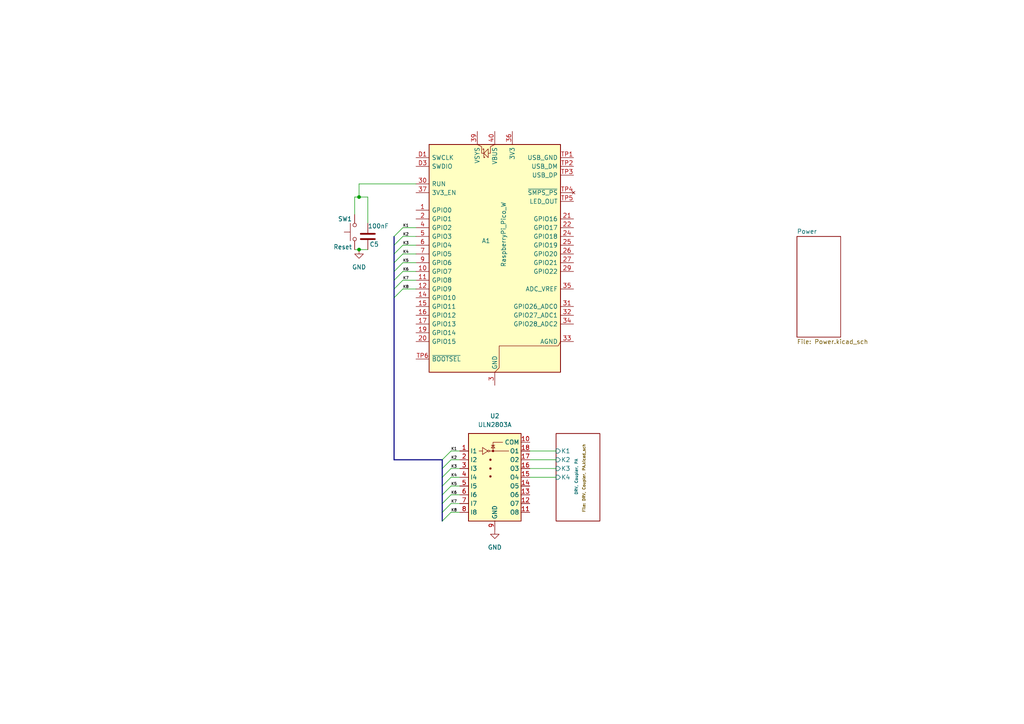
<source format=kicad_sch>
(kicad_sch (version 20250114) (generator "eeschema") (generator_version "9.0")
  (paper "A4")
  (title_block (title "Omega Radio") (comment 1 "Regulator, Microprocessor, Relays "))
  (lib_symbols
    (symbol "Device:C" (pin_numbers (hide yes)) (pin_names (offset 0.254))
      (property "Reference" "C" (at 0.635 2.54 0))
      (property "Value" "C" (at 0.635 -2.54 0))
      (symbol "C_0_1"
        (polyline (pts (xy -2.032 0.762) (xy 2.032 0.762)) (stroke (width 0.508)))
        (polyline (pts (xy -2.032 -0.762) (xy 2.032 -0.762)) (stroke (width 0.508)))
      )
      (symbol "C_1_1"
        (pin passive line (at 0 3.81 270) (length 2.794) (name "~") (number "1"))
        (pin passive line (at 0 -3.81 90) (length 2.794) (name "~") (number "2"))
      )
    )
    (symbol "MCU_Module:RaspberryPi_Pico_W_Extensive" (pin_names (offset 0.762))
      (property "Reference" "A" (at -19.05 35.56 0))
      (property "Value" "RaspberryPi_Pico_W" (at 7.62 35.56 0))
      (symbol "RaspberryPi_Pico_W_Extensive_0_1"
        (rectangle (start -19.05 34.29) (end 19.05 -31.75) (stroke (width 0.254)) (fill (type background)))
        (polyline (pts (xy -5.08 34.29) (xy -3.81 33.655) (xy -3.81 31.75) (xy -3.175 31.75)))
        (polyline (pts (xy -3.429 32.766) (xy -3.429 33.02) (xy -3.175 33.02) (xy -3.175 30.48) (xy -2.921 30.48) (xy -2.921 30.734)))
        (polyline (pts (xy -3.175 31.75) (xy -1.905 33.02) (xy -1.905 30.48) (xy -3.175 31.75)))
        (polyline (pts (xy 0 34.29) (xy -1.27 33.655) (xy -1.27 31.75) (xy -1.905 31.75)))
        (polyline (pts (xy 0 -31.75) (xy 1.27 -30.48) (xy 1.27 -24.13) (xy 18.415 -24.13) (xy 19.05 -22.86)))
      )
      (symbol "RaspberryPi_Pico_W_Extensive_1_1"
        (pin input line (at -22.86 30.48 0) (length 3.81) (name "SWCLK") (number "D1"))
        (pin bidirectional line (at -22.86 27.94 0) (length 3.81) (name "SWDIO") (number "D3"))
        (pin passive line (at -22.86 22.86 0) (length 3.81) (name "RUN") (number "30"))
        (pin passive line (at -22.86 20.32 0) (length 3.81) (name "3V3_EN") (number "37"))
        (pin bidirectional line (at -22.86 15.24 0) (length 3.81) (name "GPIO0") (number "1"))
        (pin bidirectional line (at -22.86 12.7 0) (length 3.81) (name "GPIO1") (number "2"))
        (pin bidirectional line (at -22.86 10.16 0) (length 3.81) (name "GPIO2") (number "4"))
        (pin bidirectional line (at -22.86 7.62 0) (length 3.81) (name "GPIO3") (number "5"))
        (pin bidirectional line (at -22.86 5.08 0) (length 3.81) (name "GPIO4") (number "6"))
        (pin bidirectional line (at -22.86 2.54 0) (length 3.81) (name "GPIO5") (number "7"))
        (pin bidirectional line (at -22.86 0 0) (length 3.81) (name "GPIO6") (number "9"))
        (pin bidirectional line (at -22.86 -2.54 0) (length 3.81) (name "GPIO7") (number "10"))
        (pin bidirectional line (at -22.86 -5.08 0) (length 3.81) (name "GPIO8") (number "11"))
        (pin bidirectional line (at -22.86 -7.62 0) (length 3.81) (name "GPIO9") (number "12"))
        (pin bidirectional line (at -22.86 -10.16 0) (length 3.81) (name "GPIO10") (number "14"))
        (pin bidirectional line (at -22.86 -12.7 0) (length 3.81) (name "GPIO11") (number "15"))
        (pin bidirectional line (at -22.86 -15.24 0) (length 3.81) (name "GPIO12") (number "16"))
        (pin bidirectional line (at -22.86 -17.78 0) (length 3.81) (name "GPIO13") (number "17"))
        (pin bidirectional line (at -22.86 -20.32 0) (length 3.81) (name "GPIO14") (number "19"))
        (pin bidirectional line (at -22.86 -22.86 0) (length 3.81) (name "GPIO15") (number "20"))
        (pin input line (at -22.86 -27.94 0) (length 3.81) (name "~{BOOTSEL}") (number "TP6"))
        (pin power_in line (at -5.08 38.1 270) (length 3.81) (name "VSYS") (number "39"))
        (pin power_out line (at 0 38.1 270) (length 3.81) (name "VBUS") (number "40"))
        (pin passive line (at 0 -35.56 90) (length 3.81) (hide yes) (name "GND") (number "13"))
        (pin passive line (at 0 -35.56 90) (length 3.81) (hide yes) (name "GND") (number "18"))
        (pin passive line (at 0 -35.56 90) (length 3.81) (hide yes) (name "GND") (number "23"))
        (pin passive line (at 0 -35.56 90) (length 3.81) (hide yes) (name "GND") (number "28"))
        (pin power_out line (at 0 -35.56 90) (length 3.81) (name "GND") (number "3"))
        (pin passive line (at 0 -35.56 90) (length 3.81) (hide yes) (name "GND") (number "38"))
        (pin passive line (at 0 -35.56 90) (length 3.81) (hide yes) (name "GND") (number "8"))
        (pin passive line (at 0 -35.56 90) (length 3.81) (hide yes) (name "GND") (number "D2"))
        (pin power_out line (at 5.08 38.1 270) (length 3.81) (name "3V3") (number "36"))
        (pin power_out line (at 22.86 30.48 180) (length 3.81) (name "USB_GND") (number "TP1"))
        (pin bidirectional line (at 22.86 27.94 180) (length 3.81) (name "USB_DM") (number "TP2"))
        (pin bidirectional line (at 22.86 25.4 180) (length 3.81) (name "USB_DP") (number "TP3"))
        (pin no_connect line (at 22.86 20.32 180) (length 3.81) (name "~{SMPS_PS}") (number "TP4"))
        (pin output line (at 22.86 17.78 180) (length 3.81) (name "LED_OUT") (number "TP5"))
        (pin bidirectional line (at 22.86 12.7 180) (length 3.81) (name "GPIO16") (number "21"))
        (pin bidirectional line (at 22.86 10.16 180) (length 3.81) (name "GPIO17") (number "22"))
        (pin bidirectional line (at 22.86 7.62 180) (length 3.81) (name "GPIO18") (number "24"))
        (pin bidirectional line (at 22.86 5.08 180) (length 3.81) (name "GPIO19") (number "25"))
        (pin bidirectional line (at 22.86 2.54 180) (length 3.81) (name "GPIO20") (number "26"))
        (pin bidirectional line (at 22.86 0 180) (length 3.81) (name "GPIO21") (number "27"))
        (pin bidirectional line (at 22.86 -2.54 180) (length 3.81) (name "GPIO22") (number "29"))
        (pin power_in line (at 22.86 -7.62 180) (length 3.81) (name "ADC_VREF") (number "35"))
        (pin bidirectional line (at 22.86 -12.7 180) (length 3.81) (name "GPIO26_ADC0") (number "31"))
        (pin bidirectional line (at 22.86 -15.24 180) (length 3.81) (name "GPIO27_ADC1") (number "32"))
        (pin bidirectional line (at 22.86 -17.78 180) (length 3.81) (name "GPIO28_ADC2") (number "34"))
        (pin power_out line (at 22.86 -22.86 180) (length 3.81) (name "AGND") (number "33"))
      )
    )
    (symbol "Switch:SW_Push" (pin_numbers (hide yes)) (pin_names (offset 1.016) (hide yes))
      (property "Reference" "SW" (at 1.27 2.54 0))
      (property "Value" "SW_Push" (at 0 -1.524 0))
      (symbol "SW_Push_0_1"
        (circle (center -2.032 0) (radius 0.508))
        (polyline (pts (xy 0 1.27) (xy 0 3.048)))
        (circle (center 2.032 0) (radius 0.508))
        (polyline (pts (xy 2.54 1.27) (xy -2.54 1.27)))
        (pin passive line (at -5.08 0 0) (length 2.54) (name "1") (number "1"))
        (pin passive line (at 5.08 0 180) (length 2.54) (name "2") (number "2"))
      )
    )
    (symbol "Transistor_Array:ULN2803A"
      (property "Reference" "U" (at 0 13.335 0))
      (property "Value" "ULN2803A" (at 0 11.43 0))
      (symbol "ULN2803A_0_1"
        (rectangle (start -7.62 -15.24) (end 7.62 10.16) (stroke (width 0.254)) (fill (type background)))
        (polyline (pts (xy -4.572 5.08) (xy -3.556 5.08)))
        (polyline (pts (xy -3.556 6.096) (xy -3.556 4.064) (xy -2.032 5.08) (xy -3.556 6.096)))
        (circle (center -1.778 5.08) (radius 0.254))
        (polyline (pts (xy -1.524 5.08) (xy 4.064 5.08)))
        (circle (center -1.27 2.54) (radius 0.254) (fill (type outline)))
        (circle (center -1.27 0) (radius 0.254) (fill (type outline)))
        (circle (center -1.27 -2.286) (radius 0.254) (fill (type outline)))
        (circle (center -0.508 5.08) (radius 0.254) (fill (type outline)))
        (polyline (pts (xy -0.508 5.08) (xy -0.508 7.62) (xy 2.286 7.62)))
        (polyline (pts (xy 0 6.731) (xy -1.016 6.731)))
        (polyline (pts (xy 0 5.969) (xy -1.016 5.969) (xy -0.508 6.731) (xy 0 5.969)))
      )
      (symbol "ULN2803A_1_1"
        (pin input line (at -10.16 5.08 0) (length 2.54) (name "I1") (number "1"))
        (pin input line (at -10.16 2.54 0) (length 2.54) (name "I2") (number "2"))
        (pin input line (at -10.16 0 0) (length 2.54) (name "I3") (number "3"))
        (pin input line (at -10.16 -2.54 0) (length 2.54) (name "I4") (number "4"))
        (pin input line (at -10.16 -5.08 0) (length 2.54) (name "I5") (number "5"))
        (pin input line (at -10.16 -7.62 0) (length 2.54) (name "I6") (number "6"))
        (pin input line (at -10.16 -10.16 0) (length 2.54) (name "I7") (number "7"))
        (pin input line (at -10.16 -12.7 0) (length 2.54) (name "I8") (number "8"))
        (pin power_in line (at 0 -17.78 90) (length 2.54) (name "GND") (number "9"))
        (pin passive line (at 10.16 7.62 180) (length 2.54) (name "COM") (number "10"))
        (pin open_collector line (at 10.16 5.08 180) (length 2.54) (name "O1") (number "18"))
        (pin open_collector line (at 10.16 2.54 180) (length 2.54) (name "O2") (number "17"))
        (pin open_collector line (at 10.16 0 180) (length 2.54) (name "O3") (number "16"))
        (pin open_collector line (at 10.16 -2.54 180) (length 2.54) (name "O4") (number "15"))
        (pin open_collector line (at 10.16 -5.08 180) (length 2.54) (name "O5") (number "14"))
        (pin open_collector line (at 10.16 -7.62 180) (length 2.54) (name "O6") (number "13"))
        (pin open_collector line (at 10.16 -10.16 180) (length 2.54) (name "O7") (number "12"))
        (pin open_collector line (at 10.16 -12.7 180) (length 2.54) (name "O8") (number "11"))
      )
    )
    (symbol "power:GND" (power) (pin_numbers (hide yes)) (pin_names (offset 0) (hide yes))
      (property "Value" "GND" (at 0 -3.81 0))
      (symbol "GND_0_1"
        (polyline (pts (xy 0 0) (xy 0 -1.27) (xy 1.27 -1.27) (xy 0 -2.54) (xy -1.27 -1.27) (xy 0 -1.27)))
      )
      (symbol "GND_1_1"
        (pin power_in line (at 0 0 270) (length 0) (name "~") (number "1"))
      )
    )
  )
  (junction (at 104.14 57.15))
  (junction (at 104.14 72.39))
  (bus_entry (at 128.27 146.05) (size 2.54 -2.54))
  (bus_entry (at 114.3 73.66) (size 2.54 -2.54))
  (bus_entry (at 128.27 151.13) (size 2.54 -2.54))
  (bus_entry (at 128.27 135.89) (size 2.54 -2.54))
  (bus_entry (at 128.27 148.59) (size 2.54 -2.54))
  (bus_entry (at 128.27 140.97) (size 2.54 -2.54))
  (bus_entry (at 114.3 83.82) (size 2.54 -2.54))
  (bus_entry (at 114.3 71.12) (size 2.54 -2.54))
  (bus_entry (at 128.27 133.35) (size 2.54 -2.54))
  (bus_entry (at 114.3 81.28) (size 2.54 -2.54))
  (bus_entry (at 114.3 86.36) (size 2.54 -2.54))
  (bus_entry (at 114.3 76.2) (size 2.54 -2.54))
  (bus_entry (at 114.3 78.74) (size 2.54 -2.54))
  (bus_entry (at 128.27 138.43) (size 2.54 -2.54))
  (bus_entry (at 128.27 143.51) (size 2.54 -2.54))
  (bus_entry (at 114.3 68.58) (size 2.54 -2.54))
  (wire (pts (xy 116.84 76.2) (xy 120.65 76.2)))
  (bus (pts (xy 114.3 76.2) (xy 114.3 78.74)))
  (bus (pts (xy 114.3 71.12) (xy 114.3 73.66)))
  (bus (pts (xy 114.3 78.74) (xy 114.3 81.28)))
  (wire (pts (xy 153.67 130.81) (xy 161.29 130.81)))
  (wire (pts (xy 116.84 73.66) (xy 120.65 73.66)))
  (wire (pts (xy 106.68 57.15) (xy 106.68 64.77)))
  (wire (pts (xy 116.84 68.58) (xy 120.65 68.58)))
  (wire (pts (xy 153.67 135.89) (xy 161.29 135.89)))
  (wire (pts (xy 102.87 72.39) (xy 104.14 72.39)))
  (wire (pts (xy 130.81 130.81) (xy 133.35 130.81)))
  (bus (pts (xy 114.3 68.58) (xy 114.3 71.12)))
  (wire (pts (xy 130.81 133.35) (xy 133.35 133.35)))
  (bus (pts (xy 114.3 81.28) (xy 114.3 83.82)))
  (bus (pts (xy 128.27 135.89) (xy 128.27 138.43)))
  (wire (pts (xy 120.65 53.34) (xy 104.14 53.34)))
  (wire (pts (xy 104.14 57.15) (xy 106.68 57.15)))
  (wire (pts (xy 116.84 83.82) (xy 120.65 83.82)))
  (bus (pts (xy 128.27 148.59) (xy 128.27 151.13)))
  (wire (pts (xy 153.67 133.35) (xy 161.29 133.35)))
  (bus (pts (xy 114.3 133.35) (xy 128.27 133.35)))
  (bus (pts (xy 128.27 133.35) (xy 128.27 135.89)))
  (wire (pts (xy 130.81 146.05) (xy 133.35 146.05)))
  (bus (pts (xy 128.27 146.05) (xy 128.27 148.59)))
  (wire (pts (xy 130.81 135.89) (xy 133.35 135.89)))
  (wire (pts (xy 130.81 138.43) (xy 133.35 138.43)))
  (wire (pts (xy 104.14 53.34) (xy 104.14 57.15)))
  (wire (pts (xy 102.87 57.15) (xy 104.14 57.15)))
  (bus (pts (xy 114.3 86.36) (xy 114.3 133.35)))
  (wire (pts (xy 116.84 78.74) (xy 120.65 78.74)))
  (wire (pts (xy 153.67 138.43) (xy 161.29 138.43)))
  (wire (pts (xy 116.84 71.12) (xy 120.65 71.12)))
  (bus (pts (xy 128.27 138.43) (xy 128.27 140.97)))
  (wire (pts (xy 104.14 72.39) (xy 106.68 72.39)))
  (wire (pts (xy 102.87 62.23) (xy 102.87 57.15)))
  (wire (pts (xy 130.81 143.51) (xy 133.35 143.51)))
  (bus (pts (xy 128.27 143.51) (xy 128.27 146.05)))
  (wire (pts (xy 130.81 148.59) (xy 133.35 148.59)))
  (wire (pts (xy 116.84 66.04) (xy 120.65 66.04)))
  (wire (pts (xy 116.84 81.28) (xy 120.65 81.28)))
  (bus (pts (xy 114.3 73.66) (xy 114.3 76.2)))
  (bus (pts (xy 114.3 83.82) (xy 114.3 86.36)))
  (bus (pts (xy 128.27 140.97) (xy 128.27 143.51)))
  (wire (pts (xy 130.81 140.97) (xy 133.35 140.97)))
  (label "K7" (at 116.84 81.28 0) (effects (font (size 0.8 0.8))))
  (label "K2" (at 130.81 133.35 0) (effects (font (size 0.8 0.8))))
  (label "K3" (at 130.81 135.89 0) (effects (font (size 0.8 0.8))))
  (label "K8" (at 130.81 148.59 0) (effects (font (size 0.8 0.8))))
  (label "K1" (at 116.84 66.04 0) (effects (font (size 0.8 0.8))))
  (label "K1" (at 130.81 130.81 0) (effects (font (size 0.8 0.8))))
  (label "K4" (at 130.81 138.43 0) (effects (font (size 0.8 0.8))))
  (label "K7" (at 130.81 146.05 0) (effects (font (size 0.8 0.8))))
  (label "K8" (at 116.84 83.82 0) (effects (font (size 0.8 0.8))))
  (label "K4" (at 116.84 73.66 0) (effects (font (size 0.8 0.8))))
  (label "K5" (at 130.81 140.97 0) (effects (font (size 0.8 0.8))))
  (label "K6" (at 130.81 143.51 0) (effects (font (size 0.8 0.8))))
  (label "K2" (at 116.84 68.58 0) (effects (font (size 0.8 0.8))))
  (label "K6" (at 116.84 78.74 0) (effects (font (size 0.8 0.8))))
  (label "K5" (at 116.84 76.2 0) (effects (font (size 0.8 0.8))))
  (label "K3" (at 116.84 71.12 0) (effects (font (size 0.8 0.8))))
  (symbol (lib_id "power:GND") (at 143.51 153.67 0) (unit 1)
    (property "Reference" "#PWR037" (effects (hide yes)))
    (property "Value" "GND" (at 143.51 158.75 0))
    (property "Description" "Power symbol creates a global label with name \"GND\" , ground" (effects (hide yes)))
  )
  (symbol (lib_id "Switch:SW_Push") (at 102.87 67.31 90) (unit 1)
    (property "Reference" "SW1" (at 102.108 63.5 90) (effects (justify left)))
    (property "Value" "Reset" (at 102.108 71.628 90) (effects (justify left)))
    (property "Description" "Push button switch, generic, two pins" (effects (hide yes)))
  )
  (symbol (lib_id "MCU_Module:RaspberryPi_Pico_W_Extensive") (at 143.51 76.2 0) (unit 1)
    (property "Reference" "A1" (at 139.7 69.85 0) (effects (justify left)))
    (property "Value" "RaspberryPi_Pico_W" (at 146.05 77.47 90) (effects (justify left)))
    (property "Footprint" "Module:RaspberryPi_Pico_W_SMD" (effects (hide yes)))
    (property "Datasheet" "https://datasheets.raspberrypi.com/picow/pico-w-datasheet.pdf" (effects (hide yes)))
    (property "Description" "Versatile and inexpensive wireless microcontroller module (with full pinout for test point and debug connections) powered by RP2040 dual-core Arm Cortex-M0+ processor up to 133 MHz, 264kB SRAM, 2MB QSPI flash, Infineon CYW43439 2.4GHz 802.11n wireless LAN; also supports Raspberry Pi Pico 2 W" (effects (hide yes)))
  )
  (symbol (lib_id "Device:C") (at 106.68 68.58 180) (unit 1)
    (property "Reference" "C5" (at 107.188 70.866 0) (effects (justify right)))
    (property "Value" "100nF" (at 109.728 66.294 0) (effects (justify top)))
    (property "Description" "Unpolarized capacitor" (effects (hide yes)))
  )
  (symbol (lib_id "power:GND") (at 104.14 72.39 0) (unit 1)
    (property "Reference" "#PWR07" (effects (hide yes)))
    (property "Value" "GND" (at 104.14 77.47 0))
    (property "Description" "Power symbol creates a global label with name \"GND\" , ground" (effects (hide yes)))
  )
  (symbol (lib_id "Transistor_Array:ULN2803A") (at 143.51 135.89 0) (unit 1)
    (property "Reference" "U2" (at 143.51 120.65 0))
    (property "Value" "ULN2803A" (at 143.51 123.19 0))
    (property "Datasheet" "http://www.ti.com/lit/ds/symlink/uln2803a.pdf" (effects (hide yes)))
    (property "Description" "Darlington Transistor Arrays, SOIC18/DIP18" (effects (hide yes)))
  )
  (sheet (at 161.29 125.73) (size 12.7 25.4) (stroke (width 0.1524))
    (property "Sheetname" "DRV, Coupler, PA" (at 167.64 143.51 90) (effects (font (size 0.8 0.8)) (justify left bottom)))
    (property "Sheetfile" "DRV, Coupler, PA.kicad_sch" (at 168.91 148.59 90) (effects (font (size 0.8 0.8)) (justify left top)))
    (pin "K1" input (at 161.29 130.81 180))
    (pin "K2" input (at 161.29 133.35 180))
    (pin "K3" input (at 161.29 135.89 180))
    (pin "K4" input (at 161.29 138.43 180))
  )
  (sheet (at 231.14 68.58) (size 12.7 29.21) (stroke (width 0.1524))
    (property "Sheetname" "Power" (at 231.14 67.8684 0) (effects (justify left bottom)))
    (property "Sheetfile" "Power.kicad_sch" (at 231.14 98.3746 0) (effects (justify left top)))
  )
)
</source>
